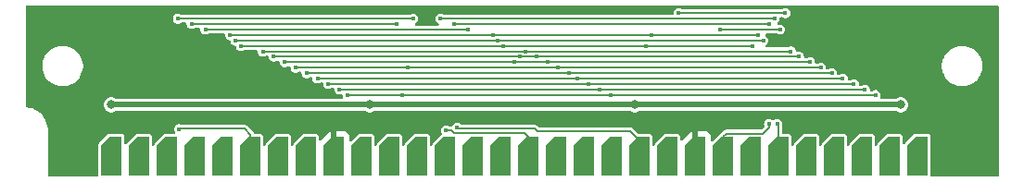
<source format=gbr>
%TF.GenerationSoftware,KiCad,Pcbnew,8.0.0*%
%TF.CreationDate,2024-11-03T15:19:12-05:00*%
%TF.ProjectId,macintosh-dram-1m-simm,6d616369-6e74-46f7-9368-2d6472616d2d,rev?*%
%TF.SameCoordinates,Original*%
%TF.FileFunction,Copper,L4,Bot*%
%TF.FilePolarity,Positive*%
%FSLAX46Y46*%
G04 Gerber Fmt 4.6, Leading zero omitted, Abs format (unit mm)*
G04 Created by KiCad (PCBNEW 8.0.0) date 2024-11-03 15:19:12*
%MOMM*%
%LPD*%
G01*
G04 APERTURE LIST*
G04 Aperture macros list*
%AMOutline5P*
0 Free polygon, 5 corners , with rotation*
0 The origin of the aperture is its center*
0 number of corners: always 5*
0 $1 to $10 corner X, Y*
0 $11 Rotation angle, in degrees counterclockwise*
0 create outline with 5 corners*
4,1,5,$1,$2,$3,$4,$5,$6,$7,$8,$9,$10,$1,$2,$11*%
%AMOutline6P*
0 Free polygon, 6 corners , with rotation*
0 The origin of the aperture is its center*
0 number of corners: always 6*
0 $1 to $12 corner X, Y*
0 $13 Rotation angle, in degrees counterclockwise*
0 create outline with 6 corners*
4,1,6,$1,$2,$3,$4,$5,$6,$7,$8,$9,$10,$11,$12,$1,$2,$13*%
%AMOutline7P*
0 Free polygon, 7 corners , with rotation*
0 The origin of the aperture is its center*
0 number of corners: always 7*
0 $1 to $14 corner X, Y*
0 $15 Rotation angle, in degrees counterclockwise*
0 create outline with 7 corners*
4,1,7,$1,$2,$3,$4,$5,$6,$7,$8,$9,$10,$11,$12,$13,$14,$1,$2,$15*%
%AMOutline8P*
0 Free polygon, 8 corners , with rotation*
0 The origin of the aperture is its center*
0 number of corners: always 8*
0 $1 to $16 corner X, Y*
0 $17 Rotation angle, in degrees counterclockwise*
0 create outline with 8 corners*
4,1,8,$1,$2,$3,$4,$5,$6,$7,$8,$9,$10,$11,$12,$13,$14,$15,$16,$1,$2,$17*%
G04 Aperture macros list end*
%TA.AperFunction,ComponentPad*%
%ADD10Outline5P,-0.890000X1.038000X-0.178000X1.750000X0.890000X1.750000X0.890000X-1.750000X-0.890000X-1.750000X0.000000*%
%TD*%
%TA.AperFunction,ViaPad*%
%ADD11C,0.400000*%
%TD*%
%TA.AperFunction,ViaPad*%
%ADD12C,0.800000*%
%TD*%
%TA.AperFunction,Conductor*%
%ADD13C,0.200000*%
%TD*%
%TA.AperFunction,Conductor*%
%ADD14C,0.500000*%
%TD*%
G04 APERTURE END LIST*
D10*
%TO.P,B1,1,VCC*%
%TO.N,+5V*%
X122174000Y-125098000D03*
%TO.P,B1,2,/CAS*%
%TO.N,CAS*%
X124714000Y-125098000D03*
%TO.P,B1,3,DQ0*%
%TO.N,DQ0*%
X127254000Y-125098000D03*
%TO.P,B1,4,A0*%
%TO.N,A0*%
X129794000Y-125098000D03*
%TO.P,B1,5,A1*%
%TO.N,A1*%
X132334000Y-125098000D03*
%TO.P,B1,6,DQ1*%
%TO.N,DQ1*%
X134874000Y-125098000D03*
%TO.P,B1,7,A2*%
%TO.N,A2*%
X137414000Y-125098000D03*
%TO.P,B1,8,A3*%
%TO.N,A3*%
X139954000Y-125098000D03*
%TO.P,B1,9,GND*%
%TO.N,GND*%
X142494000Y-125098000D03*
%TO.P,B1,10,DQ2*%
%TO.N,DQ2*%
X145034000Y-125098000D03*
%TO.P,B1,11,A4*%
%TO.N,A4*%
X147574000Y-125098000D03*
%TO.P,B1,12,A5*%
%TO.N,A5*%
X150114000Y-125098000D03*
%TO.P,B1,13,DQ3*%
%TO.N,DQ3*%
X152654000Y-125098000D03*
%TO.P,B1,14,A6*%
%TO.N,A6*%
X155194000Y-125098000D03*
%TO.P,B1,15,A7*%
%TO.N,A7*%
X157734000Y-125098000D03*
%TO.P,B1,16,DQ4*%
%TO.N,DQ4*%
X160274000Y-125098000D03*
%TO.P,B1,17,A8*%
%TO.N,A8*%
X162814000Y-125098000D03*
%TO.P,B1,18,A9*%
%TO.N,A9*%
X165354000Y-125098000D03*
%TO.P,B1,19,A10*%
%TO.N,unconnected-(B1-A10-Pad19)*%
X167894000Y-125098000D03*
%TO.P,B1,20,DQ5*%
%TO.N,DQ5*%
X170434000Y-125098000D03*
%TO.P,B1,21,/WE*%
%TO.N,WE*%
X172974000Y-125098000D03*
%TO.P,B1,22,GND*%
%TO.N,GND*%
X175514000Y-125098000D03*
%TO.P,B1,23,DQ6*%
%TO.N,DQ6*%
X178054000Y-125098000D03*
%TO.P,B1,24,A11*%
%TO.N,unconnected-(B1-A11-Pad24)*%
X180594000Y-125098000D03*
%TO.P,B1,25,DQ7*%
%TO.N,DQ7*%
X183134000Y-125098000D03*
%TO.P,B1,26,QP*%
%TO.N,QP*%
X185674000Y-125098000D03*
%TO.P,B1,27,/RAS*%
%TO.N,RAS*%
X188214000Y-125098000D03*
%TO.P,B1,28,/CASP*%
%TO.N,CASP*%
X190754000Y-125098000D03*
%TO.P,B1,29,DP*%
%TO.N,DP*%
X193294000Y-125098000D03*
%TO.P,B1,30,VCC*%
%TO.N,+5V*%
X195834000Y-125098000D03*
%TD*%
D11*
%TO.N,WE*%
X181250000Y-114000000D03*
X171500000Y-114000000D03*
X133000000Y-114000000D03*
X157000000Y-114000000D03*
%TO.N,DQ5*%
X153765000Y-122485000D03*
%TO.N,DP*%
X183750000Y-112000000D03*
X174000000Y-112000000D03*
%TO.N,CASP*%
X177750000Y-113500000D03*
X183250000Y-113500000D03*
%TO.N,RAS*%
X181750000Y-114500000D03*
X157500000Y-114500000D03*
X133500000Y-114500000D03*
D12*
%TO.N,+5V*%
X170000000Y-120400000D03*
X122170000Y-120400000D03*
X145800000Y-120400000D03*
X194300000Y-120396000D03*
D11*
%TO.N,A8*%
X160000000Y-115500000D03*
X136000000Y-115500000D03*
X184250000Y-115500000D03*
%TO.N,DQ7*%
X183000000Y-122148000D03*
X182750000Y-112500000D03*
X152250000Y-112500000D03*
%TO.N,GND*%
X135710000Y-119480000D03*
X118500000Y-125000000D03*
X116500000Y-112000000D03*
X170900000Y-111820000D03*
X147220000Y-121730000D03*
X191980000Y-112370000D03*
X173500000Y-122500000D03*
X119500000Y-125000000D03*
X145480000Y-111800000D03*
X143500000Y-122000000D03*
X135210000Y-121350000D03*
X175500000Y-122500000D03*
X144500000Y-122000000D03*
X117498696Y-124989681D03*
X131500000Y-115250000D03*
X202000000Y-112000000D03*
X119000000Y-126000000D03*
X134710000Y-119480000D03*
X135210000Y-119480000D03*
X191980000Y-112870000D03*
X157110000Y-121680000D03*
X201000000Y-125500000D03*
X201000000Y-125000000D03*
X199498696Y-125489681D03*
X142500000Y-122000000D03*
X170400000Y-111820000D03*
X191480000Y-112870000D03*
X126060000Y-122250000D03*
X125980000Y-119450000D03*
X131500000Y-115750000D03*
X145980000Y-111800000D03*
X119000000Y-125000000D03*
X125560000Y-122250000D03*
X133710000Y-121350000D03*
X199498696Y-124989681D03*
X115500000Y-112000000D03*
X134210000Y-121350000D03*
X126060000Y-121750000D03*
X202500000Y-112000000D03*
X124000000Y-122250000D03*
X119500000Y-126000000D03*
X134210000Y-119480000D03*
X201500000Y-112000000D03*
X150290000Y-121160000D03*
X171400000Y-111820000D03*
X118500000Y-126000000D03*
X119500000Y-125500000D03*
X123500000Y-122250000D03*
X125980000Y-118950000D03*
X144980000Y-111800000D03*
X117000000Y-112000000D03*
X201500000Y-124500000D03*
X174000000Y-122500000D03*
X146720000Y-121730000D03*
X201500000Y-125000000D03*
X134710000Y-121350000D03*
X191480000Y-112370000D03*
X115000000Y-112000000D03*
X133710000Y-119480000D03*
X146480000Y-111800000D03*
X117498696Y-125489681D03*
X146980000Y-111800000D03*
X200000000Y-125500000D03*
X125480000Y-119450000D03*
X125480000Y-118950000D03*
X144000000Y-122500000D03*
X200000000Y-125000000D03*
X147220000Y-121230000D03*
X125560000Y-121750000D03*
X173500000Y-122000000D03*
X135710000Y-121350000D03*
X123500000Y-121750000D03*
X200500000Y-112000000D03*
X144000000Y-122000000D03*
X199498696Y-124489681D03*
X200500000Y-125000000D03*
X200500000Y-124500000D03*
X169400000Y-111820000D03*
X119000000Y-125500000D03*
X157610000Y-121180000D03*
X118500000Y-125500000D03*
X157610000Y-121680000D03*
X116000000Y-112000000D03*
X174000000Y-122000000D03*
X143500000Y-122500000D03*
X173000000Y-122000000D03*
X172500000Y-122000000D03*
X142500000Y-122500000D03*
X118000000Y-125500000D03*
X118000000Y-126000000D03*
X174500000Y-122500000D03*
X174500000Y-122000000D03*
X146720000Y-121230000D03*
X117498696Y-125989681D03*
X175000000Y-122500000D03*
X142000000Y-122500000D03*
X169900000Y-111820000D03*
X132000000Y-115750000D03*
X200500000Y-125500000D03*
X143000000Y-122000000D03*
X200000000Y-124500000D03*
X201500000Y-125500000D03*
X201000000Y-112000000D03*
X132000000Y-115250000D03*
X124000000Y-121750000D03*
X157110000Y-121180000D03*
X143000000Y-122500000D03*
X201000000Y-124500000D03*
X118000000Y-125000000D03*
%TO.N,A9*%
X134000000Y-115000000D03*
X180750000Y-115000000D03*
X171000000Y-115000000D03*
X158000000Y-115000000D03*
%TO.N,DQ6*%
X182250000Y-122148000D03*
X182250000Y-113000000D03*
X153500000Y-113000000D03*
%TO.N,A5*%
X163000000Y-116995998D03*
X149250000Y-117000000D03*
X187000000Y-117000000D03*
X139000000Y-117000000D03*
%TO.N,A4*%
X148750000Y-119500000D03*
X167750000Y-119500000D03*
X192000000Y-119500000D03*
X143750000Y-119500000D03*
%TO.N,DQ2*%
X129500000Y-113000000D03*
X148250000Y-113000000D03*
%TO.N,DQ4*%
X152752000Y-122748000D03*
%TO.N,DQ3*%
X128250000Y-112500000D03*
X149750000Y-112500000D03*
%TO.N,A7*%
X185000000Y-116000000D03*
X159500000Y-116000000D03*
X161000000Y-116000000D03*
X137000000Y-116000000D03*
%TO.N,A6*%
X162000000Y-116500000D03*
X186000000Y-116500000D03*
X159000000Y-116500000D03*
X138000000Y-116500000D03*
%TO.N,A2*%
X142000000Y-118500000D03*
X190000000Y-118500000D03*
X165750000Y-118495998D03*
%TO.N,A3*%
X166750000Y-118995998D03*
X143000000Y-119000000D03*
X191000000Y-119000000D03*
%TO.N,DQ1*%
X128355000Y-122605000D03*
%TO.N,A1*%
X189000000Y-118000000D03*
X141000000Y-118000000D03*
X164750000Y-117995998D03*
%TO.N,A0*%
X140000000Y-117500000D03*
X164000000Y-117495998D03*
X188000000Y-117500000D03*
%TO.N,CAS*%
X154750000Y-113500000D03*
X130750000Y-113500000D03*
%TD*%
D13*
%TO.N,DQ4*%
X152752000Y-122748000D02*
X153228000Y-122748000D01*
X153228000Y-122748000D02*
X153480000Y-123000000D01*
X153480000Y-123000000D02*
X159930000Y-123000000D01*
X159930000Y-123000000D02*
X160274000Y-123344000D01*
X160274000Y-123344000D02*
X160274000Y-123698000D01*
%TO.N,DQ5*%
X153765000Y-122485000D02*
X153880000Y-122600000D01*
X160880000Y-122600000D02*
X161080000Y-122800000D01*
X153880000Y-122600000D02*
X160880000Y-122600000D01*
X161080000Y-122800000D02*
X169536000Y-122800000D01*
X169536000Y-122800000D02*
X170434000Y-123698000D01*
%TO.N,DQ1*%
X134350000Y-122600000D02*
X134874000Y-123124000D01*
X128355000Y-122605000D02*
X128360000Y-122600000D01*
X128360000Y-122600000D02*
X134350000Y-122600000D01*
X134874000Y-123124000D02*
X134874000Y-123698000D01*
%TO.N,WE*%
X181250000Y-114000000D02*
X171500000Y-114000000D01*
X157000000Y-114000000D02*
X133000000Y-114000000D01*
X171500000Y-114000000D02*
X157000000Y-114000000D01*
%TO.N,DP*%
X183750000Y-112000000D02*
X174000000Y-112000000D01*
%TO.N,CASP*%
X183250000Y-113500000D02*
X177750000Y-113500000D01*
%TO.N,RAS*%
X181750000Y-114500000D02*
X157500000Y-114500000D01*
X157500000Y-114500000D02*
X133500000Y-114500000D01*
D14*
%TO.N,+5V*%
X145800000Y-120400000D02*
X170000000Y-120400000D01*
X145800000Y-120400000D02*
X122170000Y-120400000D01*
X170000000Y-120400000D02*
X194296000Y-120400000D01*
X194296000Y-120400000D02*
X194300000Y-120396000D01*
D13*
%TO.N,A8*%
X184250000Y-115500000D02*
X160000000Y-115500000D01*
X160000000Y-115500000D02*
X136000000Y-115500000D01*
%TO.N,DQ7*%
X183080000Y-123644000D02*
X183134000Y-123698000D01*
X183000000Y-122148000D02*
X183080000Y-122228000D01*
X183080000Y-122228000D02*
X183080000Y-123644000D01*
X182750000Y-112500000D02*
X152250000Y-112500000D01*
%TO.N,A9*%
X180750000Y-115000000D02*
X158000000Y-115000000D01*
X158000000Y-115000000D02*
X134000000Y-115000000D01*
%TO.N,DQ6*%
X182250000Y-113000000D02*
X173713341Y-113000000D01*
X173713341Y-113000000D02*
X153500000Y-113000000D01*
X178054000Y-123326000D02*
X178054000Y-123698000D01*
X178340000Y-123040000D02*
X178054000Y-123326000D01*
X182250000Y-122500000D02*
X181710000Y-123040000D01*
X182250000Y-122148000D02*
X182250000Y-122500000D01*
X181710000Y-123040000D02*
X178340000Y-123040000D01*
%TO.N,A5*%
X164207107Y-116995998D02*
X163000000Y-116995998D01*
X163000000Y-116995998D02*
X162995998Y-117000000D01*
X187000000Y-117000000D02*
X164211109Y-117000000D01*
X149250000Y-117000000D02*
X139000000Y-117000000D01*
X164211109Y-117000000D02*
X164207107Y-116995998D01*
X162995998Y-117000000D02*
X149250000Y-117000000D01*
%TO.N,A4*%
X192000000Y-119500000D02*
X167750000Y-119500000D01*
X148750000Y-119500000D02*
X143750000Y-119500000D01*
X167750000Y-119500000D02*
X148750000Y-119500000D01*
%TO.N,DQ2*%
X129500000Y-113000000D02*
X148250000Y-113000000D01*
%TO.N,DQ3*%
X128500000Y-112500000D02*
X149750000Y-112500000D01*
X128250000Y-112500000D02*
X128500000Y-112500000D01*
%TO.N,A7*%
X159500000Y-116000000D02*
X137750000Y-116000000D01*
X161000000Y-116000000D02*
X159500000Y-116000000D01*
X185000000Y-116000000D02*
X161000000Y-116000000D01*
X137750000Y-116000000D02*
X137000000Y-116000000D01*
%TO.N,A6*%
X163211109Y-116500000D02*
X163207107Y-116495998D01*
X162000000Y-116500000D02*
X159000000Y-116500000D01*
X186000000Y-116500000D02*
X163211109Y-116500000D01*
X162004002Y-116495998D02*
X162000000Y-116500000D01*
X159000000Y-116500000D02*
X138000000Y-116500000D01*
X163207107Y-116495998D02*
X162004002Y-116495998D01*
%TO.N,A2*%
X166957107Y-118495998D02*
X165750000Y-118495998D01*
X190000000Y-118500000D02*
X166961109Y-118500000D01*
X166961109Y-118500000D02*
X166957107Y-118495998D01*
X165750000Y-118495998D02*
X142004002Y-118495998D01*
X142004002Y-118495998D02*
X142000000Y-118500000D01*
%TO.N,A3*%
X166754002Y-119000000D02*
X166750000Y-118995998D01*
X143004002Y-118995998D02*
X143000000Y-119000000D01*
X191000000Y-119000000D02*
X166754002Y-119000000D01*
X166750000Y-118995998D02*
X143004002Y-118995998D01*
%TO.N,A1*%
X164750000Y-117995998D02*
X141004002Y-117995998D01*
X189000000Y-118000000D02*
X165961109Y-118000000D01*
X141004002Y-117995998D02*
X141000000Y-118000000D01*
X165961109Y-118000000D02*
X165957107Y-117995998D01*
X165957107Y-117995998D02*
X164750000Y-117995998D01*
%TO.N,A0*%
X163995998Y-117500000D02*
X140000000Y-117500000D01*
X164000000Y-117495998D02*
X163995998Y-117500000D01*
X164961109Y-117500000D02*
X164957107Y-117495998D01*
X164957107Y-117495998D02*
X164000000Y-117495998D01*
X188000000Y-117500000D02*
X164961109Y-117500000D01*
%TO.N,CAS*%
X154750000Y-113500000D02*
X130750000Y-113500000D01*
%TD*%
%TA.AperFunction,Conductor*%
%TO.N,GND*%
G36*
X203167102Y-111295502D02*
G01*
X203213595Y-111349158D01*
X203224979Y-111401098D01*
X203269205Y-125331998D01*
X203274018Y-126848100D01*
X203254233Y-126916284D01*
X203200725Y-126962947D01*
X203148019Y-126974500D01*
X197150500Y-126974500D01*
X197082379Y-126954498D01*
X197035886Y-126900842D01*
X197024500Y-126848500D01*
X197024499Y-123303140D01*
X197024499Y-123303136D01*
X197021585Y-123278009D01*
X196995346Y-123218582D01*
X196976206Y-123175234D01*
X196896767Y-123095795D01*
X196896765Y-123095794D01*
X196793989Y-123050414D01*
X196793990Y-123050414D01*
X196768870Y-123047500D01*
X196768867Y-123047499D01*
X195606120Y-123047499D01*
X195606119Y-123047499D01*
X195606115Y-123047499D01*
X195592901Y-123048878D01*
X195489107Y-123091871D01*
X195489106Y-123091871D01*
X195478794Y-123100234D01*
X195478780Y-123100247D01*
X194696242Y-123882785D01*
X194687868Y-123893109D01*
X194680907Y-123909916D01*
X194636359Y-123965197D01*
X194568995Y-123987617D01*
X194500204Y-123970058D01*
X194451826Y-123918096D01*
X194438499Y-123861697D01*
X194438499Y-123322936D01*
X194438498Y-123322927D01*
X194423734Y-123248699D01*
X194414254Y-123234512D01*
X194367484Y-123164516D01*
X194367483Y-123164515D01*
X194283302Y-123108266D01*
X194209069Y-123093500D01*
X194209065Y-123093499D01*
X193090927Y-123093499D01*
X193016699Y-123108264D01*
X192953765Y-123150316D01*
X192206315Y-123897768D01*
X192164266Y-123960699D01*
X192148292Y-124041005D01*
X192146014Y-124040551D01*
X192123303Y-124096784D01*
X192065346Y-124137789D01*
X191994419Y-124140951D01*
X191933043Y-124105265D01*
X191900704Y-124042062D01*
X191898499Y-124018594D01*
X191898499Y-123322936D01*
X191898498Y-123322927D01*
X191883734Y-123248699D01*
X191874254Y-123234512D01*
X191827484Y-123164516D01*
X191827483Y-123164515D01*
X191743302Y-123108266D01*
X191669069Y-123093500D01*
X191669065Y-123093499D01*
X190550927Y-123093499D01*
X190476699Y-123108264D01*
X190413765Y-123150316D01*
X189666315Y-123897768D01*
X189624266Y-123960699D01*
X189608292Y-124041005D01*
X189606014Y-124040551D01*
X189583303Y-124096784D01*
X189525346Y-124137789D01*
X189454419Y-124140951D01*
X189393043Y-124105265D01*
X189360704Y-124042062D01*
X189358499Y-124018594D01*
X189358499Y-123322936D01*
X189358498Y-123322927D01*
X189343734Y-123248699D01*
X189334254Y-123234512D01*
X189287484Y-123164516D01*
X189287483Y-123164515D01*
X189203302Y-123108266D01*
X189129069Y-123093500D01*
X189129065Y-123093499D01*
X188010927Y-123093499D01*
X187936699Y-123108264D01*
X187873765Y-123150316D01*
X187126315Y-123897768D01*
X187084266Y-123960699D01*
X187068292Y-124041005D01*
X187066014Y-124040551D01*
X187043303Y-124096784D01*
X186985346Y-124137789D01*
X186914419Y-124140951D01*
X186853043Y-124105265D01*
X186820704Y-124042062D01*
X186818499Y-124018594D01*
X186818499Y-123322936D01*
X186818498Y-123322927D01*
X186803734Y-123248699D01*
X186794254Y-123234512D01*
X186747484Y-123164516D01*
X186747483Y-123164515D01*
X186663302Y-123108266D01*
X186589069Y-123093500D01*
X186589065Y-123093499D01*
X185470927Y-123093499D01*
X185396699Y-123108264D01*
X185333765Y-123150316D01*
X184586315Y-123897768D01*
X184544266Y-123960699D01*
X184528292Y-124041005D01*
X184526014Y-124040551D01*
X184503303Y-124096784D01*
X184445346Y-124137789D01*
X184374419Y-124140951D01*
X184313043Y-124105265D01*
X184280704Y-124042062D01*
X184278499Y-124018594D01*
X184278499Y-123322936D01*
X184278498Y-123322927D01*
X184263734Y-123248699D01*
X184254254Y-123234512D01*
X184207484Y-123164516D01*
X184207483Y-123164515D01*
X184123302Y-123108266D01*
X184049069Y-123093500D01*
X184049065Y-123093499D01*
X183560500Y-123093499D01*
X183492379Y-123073497D01*
X183445886Y-123019841D01*
X183434500Y-122967499D01*
X183434500Y-122316166D01*
X183439604Y-122280666D01*
X183440571Y-122277370D01*
X183440574Y-122277364D01*
X183443361Y-122257979D01*
X183459174Y-122148003D01*
X183459174Y-122147996D01*
X183440575Y-122018642D01*
X183440574Y-122018641D01*
X183440574Y-122018636D01*
X183386282Y-121899752D01*
X183386280Y-121899750D01*
X183386279Y-121899747D01*
X183300697Y-121800980D01*
X183300693Y-121800977D01*
X183190748Y-121730321D01*
X183190750Y-121730321D01*
X183065350Y-121693500D01*
X183065347Y-121693500D01*
X182934653Y-121693500D01*
X182934649Y-121693500D01*
X182809253Y-121730320D01*
X182693120Y-121804954D01*
X182624999Y-121824955D01*
X182556880Y-121804954D01*
X182440746Y-121730320D01*
X182315350Y-121693500D01*
X182315347Y-121693500D01*
X182184653Y-121693500D01*
X182184649Y-121693500D01*
X182059250Y-121730321D01*
X181949306Y-121800977D01*
X181949302Y-121800980D01*
X181863720Y-121899747D01*
X181809426Y-122018635D01*
X181809424Y-122018642D01*
X181790826Y-122147996D01*
X181790826Y-122148003D01*
X181809424Y-122277359D01*
X181809425Y-122277363D01*
X181823832Y-122308909D01*
X181833935Y-122379183D01*
X181804441Y-122443764D01*
X181798314Y-122450345D01*
X181600066Y-122648595D01*
X181537754Y-122682620D01*
X181510970Y-122685500D01*
X178293325Y-122685500D01*
X178203166Y-122709659D01*
X178122335Y-122756326D01*
X178122329Y-122756331D01*
X178048631Y-122830030D01*
X177836332Y-123042329D01*
X177818334Y-123060327D01*
X177766477Y-123112183D01*
X177747387Y-123127850D01*
X177713766Y-123150315D01*
X177127096Y-123736987D01*
X177064783Y-123771012D01*
X176993968Y-123765948D01*
X176937132Y-123723401D01*
X176912321Y-123656881D01*
X176912000Y-123647892D01*
X176912000Y-123299414D01*
X176911999Y-123299402D01*
X176905494Y-123238906D01*
X176854444Y-123102035D01*
X176854444Y-123102034D01*
X176766904Y-122985095D01*
X176649965Y-122897555D01*
X176513093Y-122846505D01*
X176452597Y-122840000D01*
X175768000Y-122840000D01*
X175768000Y-125226000D01*
X175747998Y-125294121D01*
X175694342Y-125340614D01*
X175642000Y-125352000D01*
X175386000Y-125352000D01*
X175317879Y-125331998D01*
X175271386Y-125278342D01*
X175260000Y-125226000D01*
X175260000Y-123727837D01*
X175364000Y-123727837D01*
X175386836Y-123782968D01*
X175429032Y-123825164D01*
X175484163Y-123848000D01*
X175543837Y-123848000D01*
X175598968Y-123825164D01*
X175641164Y-123782968D01*
X175664000Y-123727837D01*
X175664000Y-123668163D01*
X175641164Y-123613032D01*
X175598968Y-123570836D01*
X175543837Y-123548000D01*
X175484163Y-123548000D01*
X175429032Y-123570836D01*
X175386836Y-123613032D01*
X175364000Y-123668163D01*
X175364000Y-123727837D01*
X175260000Y-123727837D01*
X175260000Y-122844322D01*
X175209076Y-122850718D01*
X175074114Y-122906621D01*
X175074113Y-122906622D01*
X175006216Y-122959366D01*
X175006203Y-122959377D01*
X174333594Y-123631986D01*
X174271282Y-123666011D01*
X174200466Y-123660946D01*
X174143631Y-123618399D01*
X174118820Y-123551879D01*
X174118499Y-123542890D01*
X174118499Y-123322936D01*
X174118498Y-123322927D01*
X174103734Y-123248699D01*
X174094254Y-123234512D01*
X174047484Y-123164516D01*
X174047483Y-123164515D01*
X173963302Y-123108266D01*
X173889069Y-123093500D01*
X173889065Y-123093499D01*
X172770927Y-123093499D01*
X172696699Y-123108264D01*
X172633765Y-123150316D01*
X171886315Y-123897768D01*
X171844266Y-123960699D01*
X171828292Y-124041005D01*
X171826014Y-124040551D01*
X171803303Y-124096784D01*
X171745346Y-124137789D01*
X171674419Y-124140951D01*
X171613043Y-124105265D01*
X171580704Y-124042062D01*
X171578499Y-124018594D01*
X171578499Y-123322936D01*
X171578498Y-123322927D01*
X171563734Y-123248699D01*
X171554254Y-123234512D01*
X171507484Y-123164516D01*
X171507483Y-123164515D01*
X171423302Y-123108266D01*
X171349069Y-123093500D01*
X171349065Y-123093499D01*
X170383028Y-123093499D01*
X170314907Y-123073497D01*
X170293937Y-123056598D01*
X169753668Y-122516329D01*
X169753666Y-122516328D01*
X169753664Y-122516326D01*
X169672833Y-122469659D01*
X169582674Y-122445500D01*
X169582671Y-122445500D01*
X161279029Y-122445500D01*
X161210908Y-122425498D01*
X161189938Y-122408599D01*
X161097668Y-122316329D01*
X161097667Y-122316328D01*
X161097664Y-122316326D01*
X161016833Y-122269659D01*
X160926674Y-122245500D01*
X160926671Y-122245500D01*
X154216405Y-122245500D01*
X154148284Y-122225498D01*
X154121181Y-122202013D01*
X154065693Y-122137977D01*
X153955748Y-122067321D01*
X153955750Y-122067321D01*
X153830350Y-122030500D01*
X153830347Y-122030500D01*
X153699653Y-122030500D01*
X153699649Y-122030500D01*
X153574250Y-122067321D01*
X153464306Y-122137977D01*
X153464302Y-122137980D01*
X153378720Y-122236747D01*
X153378718Y-122236752D01*
X153340771Y-122319843D01*
X153294280Y-122373498D01*
X153226159Y-122393500D01*
X153078053Y-122393500D01*
X153009934Y-122373498D01*
X152965249Y-122344781D01*
X152942747Y-122330320D01*
X152817350Y-122293500D01*
X152817347Y-122293500D01*
X152686653Y-122293500D01*
X152686649Y-122293500D01*
X152561250Y-122330321D01*
X152451306Y-122400977D01*
X152451302Y-122400980D01*
X152365720Y-122499747D01*
X152311426Y-122618635D01*
X152311424Y-122618642D01*
X152292826Y-122747996D01*
X152292826Y-122748003D01*
X152311424Y-122877357D01*
X152311427Y-122877367D01*
X152362938Y-122990162D01*
X152373041Y-123060436D01*
X152343548Y-123125016D01*
X152318331Y-123147265D01*
X152313767Y-123150314D01*
X151566315Y-123897768D01*
X151524266Y-123960699D01*
X151508292Y-124041005D01*
X151506014Y-124040551D01*
X151483303Y-124096784D01*
X151425346Y-124137789D01*
X151354419Y-124140951D01*
X151293043Y-124105265D01*
X151260704Y-124042062D01*
X151258499Y-124018594D01*
X151258499Y-123322936D01*
X151258498Y-123322927D01*
X151243734Y-123248699D01*
X151234254Y-123234512D01*
X151187484Y-123164516D01*
X151187483Y-123164515D01*
X151103302Y-123108266D01*
X151029069Y-123093500D01*
X151029065Y-123093499D01*
X149910927Y-123093499D01*
X149836699Y-123108264D01*
X149773765Y-123150316D01*
X149026315Y-123897768D01*
X148984266Y-123960699D01*
X148968292Y-124041005D01*
X148966014Y-124040551D01*
X148943303Y-124096784D01*
X148885346Y-124137789D01*
X148814419Y-124140951D01*
X148753043Y-124105265D01*
X148720704Y-124042062D01*
X148718499Y-124018594D01*
X148718499Y-123322936D01*
X148718498Y-123322927D01*
X148703734Y-123248699D01*
X148694254Y-123234512D01*
X148647484Y-123164516D01*
X148647483Y-123164515D01*
X148563302Y-123108266D01*
X148489069Y-123093500D01*
X148489065Y-123093499D01*
X147370927Y-123093499D01*
X147296699Y-123108264D01*
X147233765Y-123150316D01*
X146486315Y-123897768D01*
X146444266Y-123960699D01*
X146428292Y-124041005D01*
X146426014Y-124040551D01*
X146403303Y-124096784D01*
X146345346Y-124137789D01*
X146274419Y-124140951D01*
X146213043Y-124105265D01*
X146180704Y-124042062D01*
X146178499Y-124018594D01*
X146178499Y-123322936D01*
X146178498Y-123322927D01*
X146163734Y-123248699D01*
X146154254Y-123234512D01*
X146107484Y-123164516D01*
X146107483Y-123164515D01*
X146023302Y-123108266D01*
X145949069Y-123093500D01*
X145949065Y-123093499D01*
X144830927Y-123093499D01*
X144756699Y-123108264D01*
X144693765Y-123150316D01*
X144107096Y-123736987D01*
X144044783Y-123771012D01*
X143973968Y-123765948D01*
X143917132Y-123723401D01*
X143892321Y-123656881D01*
X143892000Y-123647892D01*
X143892000Y-123299414D01*
X143891999Y-123299402D01*
X143885494Y-123238906D01*
X143834444Y-123102035D01*
X143834444Y-123102034D01*
X143746904Y-122985095D01*
X143629965Y-122897555D01*
X143493093Y-122846505D01*
X143432597Y-122840000D01*
X142748000Y-122840000D01*
X142748000Y-125226000D01*
X142727998Y-125294121D01*
X142674342Y-125340614D01*
X142622000Y-125352000D01*
X142366000Y-125352000D01*
X142297879Y-125331998D01*
X142251386Y-125278342D01*
X142240000Y-125226000D01*
X142240000Y-123727837D01*
X142344000Y-123727837D01*
X142366836Y-123782968D01*
X142409032Y-123825164D01*
X142464163Y-123848000D01*
X142523837Y-123848000D01*
X142578968Y-123825164D01*
X142621164Y-123782968D01*
X142644000Y-123727837D01*
X142644000Y-123668163D01*
X142621164Y-123613032D01*
X142578968Y-123570836D01*
X142523837Y-123548000D01*
X142464163Y-123548000D01*
X142409032Y-123570836D01*
X142366836Y-123613032D01*
X142344000Y-123668163D01*
X142344000Y-123727837D01*
X142240000Y-123727837D01*
X142240000Y-122844322D01*
X142189076Y-122850718D01*
X142054114Y-122906621D01*
X142054113Y-122906622D01*
X141986216Y-122959366D01*
X141986203Y-122959377D01*
X141313594Y-123631986D01*
X141251282Y-123666011D01*
X141180466Y-123660946D01*
X141123631Y-123618399D01*
X141098820Y-123551879D01*
X141098499Y-123542890D01*
X141098499Y-123322936D01*
X141098498Y-123322927D01*
X141083734Y-123248699D01*
X141074254Y-123234512D01*
X141027484Y-123164516D01*
X141027483Y-123164515D01*
X140943302Y-123108266D01*
X140869069Y-123093500D01*
X140869065Y-123093499D01*
X139750927Y-123093499D01*
X139676699Y-123108264D01*
X139613765Y-123150316D01*
X138866315Y-123897768D01*
X138824266Y-123960699D01*
X138808292Y-124041005D01*
X138806014Y-124040551D01*
X138783303Y-124096784D01*
X138725346Y-124137789D01*
X138654419Y-124140951D01*
X138593043Y-124105265D01*
X138560704Y-124042062D01*
X138558499Y-124018594D01*
X138558499Y-123322936D01*
X138558498Y-123322927D01*
X138543734Y-123248699D01*
X138534254Y-123234512D01*
X138487484Y-123164516D01*
X138487483Y-123164515D01*
X138403302Y-123108266D01*
X138329069Y-123093500D01*
X138329065Y-123093499D01*
X137210927Y-123093499D01*
X137136699Y-123108264D01*
X137073765Y-123150316D01*
X136326315Y-123897768D01*
X136284266Y-123960699D01*
X136268292Y-124041005D01*
X136266014Y-124040551D01*
X136243303Y-124096784D01*
X136185346Y-124137789D01*
X136114419Y-124140951D01*
X136053043Y-124105265D01*
X136020704Y-124042062D01*
X136018499Y-124018594D01*
X136018499Y-123322936D01*
X136018498Y-123322927D01*
X136003734Y-123248699D01*
X135994254Y-123234512D01*
X135947484Y-123164516D01*
X135947483Y-123164515D01*
X135863302Y-123108266D01*
X135789069Y-123093500D01*
X135789065Y-123093499D01*
X135329515Y-123093499D01*
X135261394Y-123073497D01*
X135214901Y-123019841D01*
X135207810Y-123000115D01*
X135204341Y-122987168D01*
X135197028Y-122974502D01*
X135157673Y-122906335D01*
X135157669Y-122906330D01*
X135128696Y-122877357D01*
X135091668Y-122840329D01*
X134567668Y-122316329D01*
X134567666Y-122316328D01*
X134567664Y-122316326D01*
X134486833Y-122269659D01*
X134396674Y-122245500D01*
X134396671Y-122245500D01*
X128673273Y-122245500D01*
X128605153Y-122225498D01*
X128545748Y-122187321D01*
X128420350Y-122150500D01*
X128420347Y-122150500D01*
X128289653Y-122150500D01*
X128289649Y-122150500D01*
X128164250Y-122187321D01*
X128054306Y-122257977D01*
X128054302Y-122257980D01*
X127968720Y-122356747D01*
X127914426Y-122475635D01*
X127914424Y-122475642D01*
X127895826Y-122604996D01*
X127895826Y-122605003D01*
X127914424Y-122734357D01*
X127914426Y-122734364D01*
X127968718Y-122853248D01*
X127968719Y-122853249D01*
X127996219Y-122884986D01*
X128025712Y-122949567D01*
X128015609Y-123019841D01*
X127969116Y-123073497D01*
X127900995Y-123093499D01*
X127050927Y-123093499D01*
X126976699Y-123108264D01*
X126913765Y-123150316D01*
X126166315Y-123897768D01*
X126124266Y-123960699D01*
X126108292Y-124041005D01*
X126106014Y-124040551D01*
X126083303Y-124096784D01*
X126025346Y-124137789D01*
X125954419Y-124140951D01*
X125893043Y-124105265D01*
X125860704Y-124042062D01*
X125858499Y-124018594D01*
X125858499Y-123322936D01*
X125858498Y-123322927D01*
X125843734Y-123248699D01*
X125834254Y-123234512D01*
X125787484Y-123164516D01*
X125787483Y-123164515D01*
X125703302Y-123108266D01*
X125629069Y-123093500D01*
X125629065Y-123093499D01*
X124510927Y-123093499D01*
X124436699Y-123108264D01*
X124373765Y-123150316D01*
X123626314Y-123897769D01*
X123626310Y-123897773D01*
X123595263Y-123944239D01*
X123540786Y-123989766D01*
X123470343Y-123998613D01*
X123406299Y-123967971D01*
X123368988Y-123907569D01*
X123364499Y-123874236D01*
X123364499Y-123303140D01*
X123364499Y-123303136D01*
X123361585Y-123278009D01*
X123335346Y-123218582D01*
X123316206Y-123175234D01*
X123236767Y-123095795D01*
X123236765Y-123095794D01*
X123133989Y-123050414D01*
X123133990Y-123050414D01*
X123108870Y-123047500D01*
X123108867Y-123047499D01*
X121946120Y-123047499D01*
X121946119Y-123047499D01*
X121946115Y-123047499D01*
X121932901Y-123048878D01*
X121829107Y-123091871D01*
X121829106Y-123091871D01*
X121818794Y-123100234D01*
X121818780Y-123100247D01*
X121036242Y-123882785D01*
X121027870Y-123893107D01*
X120984877Y-123996900D01*
X120984877Y-123996902D01*
X120983500Y-124010101D01*
X120983500Y-124010102D01*
X120983501Y-126848500D01*
X120963499Y-126916621D01*
X120909843Y-126963114D01*
X120857501Y-126974500D01*
X116483500Y-126974500D01*
X116415379Y-126954498D01*
X116368886Y-126900842D01*
X116357500Y-126848500D01*
X116357500Y-122547151D01*
X116357500Y-122547144D01*
X116322296Y-122279740D01*
X116252489Y-122019219D01*
X116149275Y-121770038D01*
X116149269Y-121770029D01*
X116149268Y-121770025D01*
X116014419Y-121536459D01*
X115850228Y-121322483D01*
X115850215Y-121322469D01*
X115659530Y-121131784D01*
X115659516Y-121131771D01*
X115445540Y-120967580D01*
X115211974Y-120832731D01*
X115211966Y-120832727D01*
X115211962Y-120832725D01*
X114962781Y-120729511D01*
X114962778Y-120729510D01*
X114962776Y-120729509D01*
X114724861Y-120665760D01*
X114702260Y-120659704D01*
X114702258Y-120659703D01*
X114702252Y-120659702D01*
X114435054Y-120624526D01*
X114370127Y-120595804D01*
X114331035Y-120536539D01*
X114325500Y-120499604D01*
X114325500Y-120400002D01*
X121464355Y-120400002D01*
X121484859Y-120568871D01*
X121545179Y-120727925D01*
X121545181Y-120727929D01*
X121641816Y-120867928D01*
X121641818Y-120867930D01*
X121766016Y-120977960D01*
X121769148Y-120980734D01*
X121919775Y-121059790D01*
X121919776Y-121059790D01*
X121919778Y-121059791D01*
X122042899Y-121090137D01*
X122084944Y-121100500D01*
X122084947Y-121100500D01*
X122255053Y-121100500D01*
X122255056Y-121100500D01*
X122420225Y-121059790D01*
X122570852Y-120980734D01*
X122570858Y-120980729D01*
X122577126Y-120976403D01*
X122578201Y-120977960D01*
X122633471Y-120951986D01*
X122652765Y-120950500D01*
X145317235Y-120950500D01*
X145385356Y-120970502D01*
X145395988Y-120978553D01*
X145399148Y-120980734D01*
X145549775Y-121059790D01*
X145549776Y-121059790D01*
X145549778Y-121059791D01*
X145672899Y-121090137D01*
X145714944Y-121100500D01*
X145714947Y-121100500D01*
X145885053Y-121100500D01*
X145885056Y-121100500D01*
X146050225Y-121059790D01*
X146200852Y-120980734D01*
X146200858Y-120980729D01*
X146207126Y-120976403D01*
X146208201Y-120977960D01*
X146263471Y-120951986D01*
X146282765Y-120950500D01*
X169517235Y-120950500D01*
X169585356Y-120970502D01*
X169595988Y-120978553D01*
X169599148Y-120980734D01*
X169749775Y-121059790D01*
X169749776Y-121059790D01*
X169749778Y-121059791D01*
X169872899Y-121090137D01*
X169914944Y-121100500D01*
X169914947Y-121100500D01*
X170085053Y-121100500D01*
X170085056Y-121100500D01*
X170250225Y-121059790D01*
X170400852Y-120980734D01*
X170400858Y-120980729D01*
X170407126Y-120976403D01*
X170408201Y-120977960D01*
X170463471Y-120951986D01*
X170482765Y-120950500D01*
X193821879Y-120950500D01*
X193890000Y-120970502D01*
X193893456Y-120972805D01*
X193899142Y-120976729D01*
X193899148Y-120976734D01*
X194049775Y-121055790D01*
X194049776Y-121055790D01*
X194049778Y-121055791D01*
X194189128Y-121090137D01*
X194214944Y-121096500D01*
X194214947Y-121096500D01*
X194385053Y-121096500D01*
X194385056Y-121096500D01*
X194550225Y-121055790D01*
X194700852Y-120976734D01*
X194828183Y-120863929D01*
X194924818Y-120723930D01*
X194985140Y-120564872D01*
X195005159Y-120400002D01*
X195005645Y-120396002D01*
X195005645Y-120395997D01*
X194985140Y-120227128D01*
X194924820Y-120068074D01*
X194924818Y-120068070D01*
X194828183Y-119928071D01*
X194828181Y-119928069D01*
X194700857Y-119815270D01*
X194700851Y-119815265D01*
X194550225Y-119736210D01*
X194550221Y-119736208D01*
X194385059Y-119695500D01*
X194385056Y-119695500D01*
X194214944Y-119695500D01*
X194214940Y-119695500D01*
X194049778Y-119736208D01*
X194049774Y-119736210D01*
X193899148Y-119815265D01*
X193899142Y-119815270D01*
X193896271Y-119817814D01*
X193893720Y-119819012D01*
X193892874Y-119819597D01*
X193892776Y-119819456D01*
X193832018Y-119848013D01*
X193812720Y-119849500D01*
X192536101Y-119849500D01*
X192467980Y-119829498D01*
X192421487Y-119775842D01*
X192411383Y-119705568D01*
X192421487Y-119671158D01*
X192440574Y-119629364D01*
X192440849Y-119627447D01*
X192459174Y-119500003D01*
X192459174Y-119499996D01*
X192440575Y-119370642D01*
X192440574Y-119370641D01*
X192440574Y-119370636D01*
X192386282Y-119251752D01*
X192386280Y-119251750D01*
X192386279Y-119251747D01*
X192300697Y-119152980D01*
X192300693Y-119152977D01*
X192190748Y-119082321D01*
X192190750Y-119082321D01*
X192065350Y-119045500D01*
X192065347Y-119045500D01*
X191934653Y-119045500D01*
X191934649Y-119045500D01*
X191809252Y-119082320D01*
X191769953Y-119107576D01*
X191742065Y-119125498D01*
X191673947Y-119145500D01*
X191583666Y-119145500D01*
X191515545Y-119125498D01*
X191469052Y-119071842D01*
X191460018Y-119009012D01*
X191459174Y-119009012D01*
X191459174Y-119003139D01*
X191458948Y-119001569D01*
X191459174Y-119000000D01*
X191459174Y-118999999D01*
X191459174Y-118999996D01*
X191440575Y-118870642D01*
X191440574Y-118870641D01*
X191440574Y-118870636D01*
X191386282Y-118751752D01*
X191386280Y-118751750D01*
X191386279Y-118751747D01*
X191300697Y-118652980D01*
X191300693Y-118652977D01*
X191190748Y-118582321D01*
X191190750Y-118582321D01*
X191065350Y-118545500D01*
X191065347Y-118545500D01*
X190934653Y-118545500D01*
X190934649Y-118545500D01*
X190809252Y-118582320D01*
X190787881Y-118596055D01*
X190742065Y-118625498D01*
X190673947Y-118645500D01*
X190583666Y-118645500D01*
X190515545Y-118625498D01*
X190469052Y-118571842D01*
X190460018Y-118509012D01*
X190459174Y-118509012D01*
X190459174Y-118503139D01*
X190458948Y-118501569D01*
X190459174Y-118500000D01*
X190459174Y-118499999D01*
X190459174Y-118499996D01*
X190440575Y-118370642D01*
X190440574Y-118370641D01*
X190440574Y-118370636D01*
X190386282Y-118251752D01*
X190386280Y-118251750D01*
X190386279Y-118251747D01*
X190300697Y-118152980D01*
X190300693Y-118152977D01*
X190190748Y-118082321D01*
X190190750Y-118082321D01*
X190065350Y-118045500D01*
X190065347Y-118045500D01*
X189934653Y-118045500D01*
X189934649Y-118045500D01*
X189809252Y-118082320D01*
X189769953Y-118107576D01*
X189742065Y-118125498D01*
X189673947Y-118145500D01*
X189583666Y-118145500D01*
X189515545Y-118125498D01*
X189469052Y-118071842D01*
X189460018Y-118009012D01*
X189459174Y-118009012D01*
X189459174Y-118003139D01*
X189458948Y-118001569D01*
X189459174Y-118000000D01*
X189459174Y-117999996D01*
X189440575Y-117870642D01*
X189440574Y-117870641D01*
X189440574Y-117870636D01*
X189386282Y-117751752D01*
X189386280Y-117751750D01*
X189386279Y-117751747D01*
X189300697Y-117652980D01*
X189300693Y-117652977D01*
X189190748Y-117582321D01*
X189190750Y-117582321D01*
X189065350Y-117545500D01*
X189065347Y-117545500D01*
X188934653Y-117545500D01*
X188934649Y-117545500D01*
X188809252Y-117582320D01*
X188769953Y-117607576D01*
X188742065Y-117625498D01*
X188673947Y-117645500D01*
X188583666Y-117645500D01*
X188515545Y-117625498D01*
X188469052Y-117571842D01*
X188460018Y-117509012D01*
X188459174Y-117509012D01*
X188459174Y-117503139D01*
X188458948Y-117501569D01*
X188459174Y-117500000D01*
X188459174Y-117499996D01*
X188440575Y-117370642D01*
X188440574Y-117370641D01*
X188440574Y-117370636D01*
X188386282Y-117251752D01*
X188386280Y-117251750D01*
X188386279Y-117251747D01*
X188300697Y-117152980D01*
X188300693Y-117152977D01*
X188190748Y-117082321D01*
X188190750Y-117082321D01*
X188065350Y-117045500D01*
X188065347Y-117045500D01*
X187934653Y-117045500D01*
X187934649Y-117045500D01*
X187809252Y-117082320D01*
X187769953Y-117107576D01*
X187742065Y-117125498D01*
X187673947Y-117145500D01*
X187583666Y-117145500D01*
X187515545Y-117125498D01*
X187469052Y-117071842D01*
X187460018Y-117009012D01*
X187459174Y-117009012D01*
X187459174Y-117003139D01*
X187458948Y-117001569D01*
X187459174Y-117000000D01*
X187459174Y-116999996D01*
X187453609Y-116961290D01*
X198047500Y-116961290D01*
X198079160Y-117201782D01*
X198141944Y-117436095D01*
X198141945Y-117436097D01*
X198141946Y-117436100D01*
X198234776Y-117660212D01*
X198234777Y-117660213D01*
X198234782Y-117660224D01*
X198356061Y-117870285D01*
X198356063Y-117870288D01*
X198356064Y-117870289D01*
X198503735Y-118062738D01*
X198503739Y-118062742D01*
X198503744Y-118062748D01*
X198675251Y-118234255D01*
X198675256Y-118234259D01*
X198675262Y-118234265D01*
X198867711Y-118381936D01*
X198867714Y-118381938D01*
X199077775Y-118503217D01*
X199077779Y-118503218D01*
X199077788Y-118503224D01*
X199301900Y-118596054D01*
X199536211Y-118658838D01*
X199536215Y-118658838D01*
X199536217Y-118658839D01*
X199598202Y-118666999D01*
X199776712Y-118690500D01*
X199776719Y-118690500D01*
X200019281Y-118690500D01*
X200019288Y-118690500D01*
X200236637Y-118661885D01*
X200259782Y-118658839D01*
X200259782Y-118658838D01*
X200259789Y-118658838D01*
X200494100Y-118596054D01*
X200718212Y-118503224D01*
X200928289Y-118381936D01*
X201120738Y-118234265D01*
X201292265Y-118062738D01*
X201439936Y-117870289D01*
X201561224Y-117660212D01*
X201654054Y-117436100D01*
X201716838Y-117201789D01*
X201748500Y-116961288D01*
X201748500Y-116718712D01*
X201716838Y-116478211D01*
X201654054Y-116243900D01*
X201561224Y-116019788D01*
X201561218Y-116019779D01*
X201561217Y-116019775D01*
X201439938Y-115809714D01*
X201439936Y-115809711D01*
X201292265Y-115617262D01*
X201292259Y-115617256D01*
X201292255Y-115617251D01*
X201120748Y-115445744D01*
X201120742Y-115445739D01*
X201120738Y-115445735D01*
X200928289Y-115298064D01*
X200928288Y-115298063D01*
X200928285Y-115298061D01*
X200718224Y-115176782D01*
X200718216Y-115176778D01*
X200718212Y-115176776D01*
X200494100Y-115083946D01*
X200494097Y-115083945D01*
X200494095Y-115083944D01*
X200259782Y-115021160D01*
X200019290Y-114989500D01*
X200019288Y-114989500D01*
X199776712Y-114989500D01*
X199776709Y-114989500D01*
X199536217Y-115021160D01*
X199301904Y-115083944D01*
X199301900Y-115083946D01*
X199201585Y-115125498D01*
X199077786Y-115176777D01*
X199077775Y-115176782D01*
X198867714Y-115298061D01*
X198675262Y-115445735D01*
X198675251Y-115445744D01*
X198503744Y-115617251D01*
X198503735Y-115617262D01*
X198356061Y-115809714D01*
X198234782Y-116019775D01*
X198234777Y-116019786D01*
X198234776Y-116019788D01*
X198179607Y-116152979D01*
X198141946Y-116243900D01*
X198141944Y-116243904D01*
X198079160Y-116478217D01*
X198047500Y-116718709D01*
X198047500Y-116961290D01*
X187453609Y-116961290D01*
X187440575Y-116870642D01*
X187440574Y-116870641D01*
X187440574Y-116870636D01*
X187386282Y-116751752D01*
X187386280Y-116751750D01*
X187386279Y-116751747D01*
X187300697Y-116652980D01*
X187300693Y-116652977D01*
X187190748Y-116582321D01*
X187190750Y-116582321D01*
X187065350Y-116545500D01*
X187065347Y-116545500D01*
X186934653Y-116545500D01*
X186934649Y-116545500D01*
X186809252Y-116582320D01*
X186769953Y-116607576D01*
X186742065Y-116625498D01*
X186673947Y-116645500D01*
X186583666Y-116645500D01*
X186515545Y-116625498D01*
X186469052Y-116571842D01*
X186460018Y-116509012D01*
X186459174Y-116509012D01*
X186459174Y-116503139D01*
X186458948Y-116501569D01*
X186459174Y-116500000D01*
X186459174Y-116499996D01*
X186440575Y-116370642D01*
X186440574Y-116370641D01*
X186440574Y-116370636D01*
X186386282Y-116251752D01*
X186386280Y-116251750D01*
X186386279Y-116251747D01*
X186300697Y-116152980D01*
X186300693Y-116152977D01*
X186190748Y-116082321D01*
X186190750Y-116082321D01*
X186065350Y-116045500D01*
X186065347Y-116045500D01*
X185934653Y-116045500D01*
X185934649Y-116045500D01*
X185809252Y-116082320D01*
X185769953Y-116107576D01*
X185742065Y-116125498D01*
X185673947Y-116145500D01*
X185583666Y-116145500D01*
X185515545Y-116125498D01*
X185469052Y-116071842D01*
X185460018Y-116009012D01*
X185459174Y-116009012D01*
X185459174Y-116003139D01*
X185458948Y-116001569D01*
X185459174Y-116000000D01*
X185459174Y-115999996D01*
X185440575Y-115870642D01*
X185440574Y-115870641D01*
X185440574Y-115870636D01*
X185386282Y-115751752D01*
X185386280Y-115751750D01*
X185386279Y-115751747D01*
X185300697Y-115652980D01*
X185300693Y-115652977D01*
X185190748Y-115582321D01*
X185190750Y-115582321D01*
X185065350Y-115545500D01*
X185065347Y-115545500D01*
X184934653Y-115545500D01*
X184934651Y-115545500D01*
X184934647Y-115545501D01*
X184864105Y-115566214D01*
X184793108Y-115566214D01*
X184733382Y-115527830D01*
X184703890Y-115463251D01*
X184690574Y-115370636D01*
X184636282Y-115251752D01*
X184636280Y-115251750D01*
X184636279Y-115251747D01*
X184550697Y-115152980D01*
X184550693Y-115152977D01*
X184440748Y-115082321D01*
X184440750Y-115082321D01*
X184315350Y-115045500D01*
X184315347Y-115045500D01*
X184184653Y-115045500D01*
X184184649Y-115045500D01*
X184059252Y-115082320D01*
X184019953Y-115107576D01*
X183992065Y-115125498D01*
X183923947Y-115145500D01*
X182015368Y-115145500D01*
X181947247Y-115125498D01*
X181900754Y-115071842D01*
X181890650Y-115001568D01*
X181920144Y-114936988D01*
X181947248Y-114913502D01*
X182050693Y-114847022D01*
X182050695Y-114847021D01*
X182136282Y-114748248D01*
X182190574Y-114629364D01*
X182190849Y-114627447D01*
X182209174Y-114500003D01*
X182209174Y-114499996D01*
X182190575Y-114370642D01*
X182190574Y-114370641D01*
X182190574Y-114370636D01*
X182136282Y-114251752D01*
X182136280Y-114251750D01*
X182136279Y-114251747D01*
X182050697Y-114152980D01*
X182050693Y-114152977D01*
X181947248Y-114086498D01*
X181900755Y-114032843D01*
X181890650Y-113962569D01*
X181920143Y-113897988D01*
X181979869Y-113859604D01*
X182015368Y-113854500D01*
X182923947Y-113854500D01*
X182992065Y-113874501D01*
X183059250Y-113917678D01*
X183059252Y-113917679D01*
X183184649Y-113954499D01*
X183184650Y-113954499D01*
X183184653Y-113954500D01*
X183184656Y-113954500D01*
X183315344Y-113954500D01*
X183315347Y-113954500D01*
X183440748Y-113917679D01*
X183550695Y-113847021D01*
X183636282Y-113748248D01*
X183690574Y-113629364D01*
X183704452Y-113532842D01*
X183709174Y-113500003D01*
X183709174Y-113499996D01*
X183690575Y-113370642D01*
X183690574Y-113370641D01*
X183690574Y-113370636D01*
X183636282Y-113251752D01*
X183636280Y-113251750D01*
X183636279Y-113251747D01*
X183550697Y-113152980D01*
X183550693Y-113152977D01*
X183440748Y-113082321D01*
X183440750Y-113082321D01*
X183315350Y-113045500D01*
X183315347Y-113045500D01*
X183184653Y-113045500D01*
X183184650Y-113045500D01*
X183175733Y-113046783D01*
X183175490Y-113045093D01*
X183115033Y-113045087D01*
X183055311Y-113006697D01*
X183025825Y-112942113D01*
X183035936Y-112871840D01*
X183055316Y-112841687D01*
X183136282Y-112748248D01*
X183190574Y-112629364D01*
X183209174Y-112500000D01*
X183209174Y-112499996D01*
X183208949Y-112498432D01*
X183209174Y-112496866D01*
X183209174Y-112490988D01*
X183210019Y-112490988D01*
X183219052Y-112428158D01*
X183265545Y-112374502D01*
X183333665Y-112354500D01*
X183423947Y-112354500D01*
X183492065Y-112374501D01*
X183559250Y-112417678D01*
X183559252Y-112417679D01*
X183684649Y-112454499D01*
X183684650Y-112454499D01*
X183684653Y-112454500D01*
X183684656Y-112454500D01*
X183815344Y-112454500D01*
X183815347Y-112454500D01*
X183940748Y-112417679D01*
X184050695Y-112347021D01*
X184133246Y-112251752D01*
X184136279Y-112248252D01*
X184136279Y-112248250D01*
X184136282Y-112248248D01*
X184190574Y-112129364D01*
X184202632Y-112045500D01*
X184209174Y-112000003D01*
X184209174Y-111999996D01*
X184190575Y-111870642D01*
X184190574Y-111870641D01*
X184190574Y-111870636D01*
X184136282Y-111751752D01*
X184136280Y-111751750D01*
X184136279Y-111751747D01*
X184050697Y-111652980D01*
X184050693Y-111652977D01*
X183940748Y-111582321D01*
X183940750Y-111582321D01*
X183815350Y-111545500D01*
X183815347Y-111545500D01*
X183684653Y-111545500D01*
X183684649Y-111545500D01*
X183559252Y-111582320D01*
X183519953Y-111607576D01*
X183492065Y-111625498D01*
X183423947Y-111645500D01*
X174326053Y-111645500D01*
X174257934Y-111625498D01*
X174213249Y-111596781D01*
X174190747Y-111582320D01*
X174065350Y-111545500D01*
X174065347Y-111545500D01*
X173934653Y-111545500D01*
X173934649Y-111545500D01*
X173809250Y-111582321D01*
X173699306Y-111652977D01*
X173699302Y-111652980D01*
X173613720Y-111751747D01*
X173559426Y-111870635D01*
X173559424Y-111870642D01*
X173540826Y-111999996D01*
X173540826Y-112000003D01*
X173541051Y-112001568D01*
X173540826Y-112003133D01*
X173540826Y-112009012D01*
X173539981Y-112009012D01*
X173530948Y-112071842D01*
X173484455Y-112125498D01*
X173416335Y-112145500D01*
X152576053Y-112145500D01*
X152507934Y-112125498D01*
X152463249Y-112096781D01*
X152440747Y-112082320D01*
X152315350Y-112045500D01*
X152315347Y-112045500D01*
X152184653Y-112045500D01*
X152184649Y-112045500D01*
X152059250Y-112082321D01*
X151949306Y-112152977D01*
X151949302Y-112152980D01*
X151863720Y-112251747D01*
X151809426Y-112370635D01*
X151809424Y-112370642D01*
X151790826Y-112499996D01*
X151790826Y-112500003D01*
X151809424Y-112629357D01*
X151809426Y-112629364D01*
X151863720Y-112748252D01*
X151949302Y-112847019D01*
X151949306Y-112847022D01*
X152052752Y-112913502D01*
X152099245Y-112967157D01*
X152109350Y-113037431D01*
X152079857Y-113102012D01*
X152020131Y-113140396D01*
X151984632Y-113145500D01*
X150015368Y-113145500D01*
X149947247Y-113125498D01*
X149900754Y-113071842D01*
X149890650Y-113001568D01*
X149920144Y-112936988D01*
X149947248Y-112913502D01*
X150007933Y-112874502D01*
X150050695Y-112847021D01*
X150050697Y-112847019D01*
X150136279Y-112748252D01*
X150136279Y-112748250D01*
X150136282Y-112748248D01*
X150190574Y-112629364D01*
X150209174Y-112500000D01*
X150209174Y-112499996D01*
X150190575Y-112370642D01*
X150190574Y-112370641D01*
X150190574Y-112370636D01*
X150136282Y-112251752D01*
X150136280Y-112251750D01*
X150136279Y-112251747D01*
X150050697Y-112152980D01*
X150050693Y-112152977D01*
X149940748Y-112082321D01*
X149940750Y-112082321D01*
X149815350Y-112045500D01*
X149815347Y-112045500D01*
X149684653Y-112045500D01*
X149684649Y-112045500D01*
X149559252Y-112082320D01*
X149519953Y-112107576D01*
X149492065Y-112125498D01*
X149423947Y-112145500D01*
X128576053Y-112145500D01*
X128507934Y-112125498D01*
X128463249Y-112096781D01*
X128440747Y-112082320D01*
X128315350Y-112045500D01*
X128315347Y-112045500D01*
X128184653Y-112045500D01*
X128184649Y-112045500D01*
X128059250Y-112082321D01*
X127949306Y-112152977D01*
X127949302Y-112152980D01*
X127863720Y-112251747D01*
X127809426Y-112370635D01*
X127809424Y-112370642D01*
X127790826Y-112499996D01*
X127790826Y-112500003D01*
X127809424Y-112629357D01*
X127809426Y-112629364D01*
X127863720Y-112748252D01*
X127949302Y-112847019D01*
X127949306Y-112847022D01*
X127986051Y-112870636D01*
X128059250Y-112917678D01*
X128059249Y-112917678D01*
X128184649Y-112954499D01*
X128184650Y-112954499D01*
X128184653Y-112954500D01*
X128184656Y-112954500D01*
X128315344Y-112954500D01*
X128315347Y-112954500D01*
X128440748Y-112917679D01*
X128507934Y-112874501D01*
X128576053Y-112854500D01*
X128916334Y-112854500D01*
X128984455Y-112874502D01*
X129030948Y-112928158D01*
X129039982Y-112990988D01*
X129040826Y-112990988D01*
X129040826Y-112996860D01*
X129041051Y-112998430D01*
X129041051Y-112998432D01*
X129040826Y-112999996D01*
X129040826Y-113000003D01*
X129059424Y-113129357D01*
X129059426Y-113129364D01*
X129113720Y-113248252D01*
X129199302Y-113347019D01*
X129199306Y-113347022D01*
X129236049Y-113370635D01*
X129309250Y-113417678D01*
X129309249Y-113417678D01*
X129434649Y-113454499D01*
X129434650Y-113454499D01*
X129434653Y-113454500D01*
X129434656Y-113454500D01*
X129565344Y-113454500D01*
X129565347Y-113454500D01*
X129690748Y-113417679D01*
X129757934Y-113374501D01*
X129826053Y-113354500D01*
X130166334Y-113354500D01*
X130234455Y-113374502D01*
X130280948Y-113428158D01*
X130289982Y-113490988D01*
X130290826Y-113490988D01*
X130290826Y-113496860D01*
X130291051Y-113498430D01*
X130291051Y-113498432D01*
X130290826Y-113499996D01*
X130290826Y-113500003D01*
X130309424Y-113629357D01*
X130309426Y-113629364D01*
X130363720Y-113748252D01*
X130449302Y-113847019D01*
X130449306Y-113847022D01*
X130486051Y-113870636D01*
X130559250Y-113917678D01*
X130559249Y-113917678D01*
X130684649Y-113954499D01*
X130684650Y-113954499D01*
X130684653Y-113954500D01*
X130684656Y-113954500D01*
X130815344Y-113954500D01*
X130815347Y-113954500D01*
X130940748Y-113917679D01*
X131007934Y-113874501D01*
X131076053Y-113854500D01*
X132416334Y-113854500D01*
X132484455Y-113874502D01*
X132530948Y-113928158D01*
X132539982Y-113990988D01*
X132540826Y-113990988D01*
X132540826Y-113996860D01*
X132541051Y-113998430D01*
X132541051Y-113998432D01*
X132540826Y-113999996D01*
X132540826Y-114000003D01*
X132559424Y-114129357D01*
X132559426Y-114129364D01*
X132613720Y-114248252D01*
X132699302Y-114347019D01*
X132699306Y-114347022D01*
X132736049Y-114370635D01*
X132809250Y-114417678D01*
X132809251Y-114417678D01*
X132809252Y-114417679D01*
X132934653Y-114454500D01*
X132934657Y-114454500D01*
X132943023Y-114455703D01*
X133007604Y-114485196D01*
X133045989Y-114544921D01*
X133049810Y-114562489D01*
X133059424Y-114629357D01*
X133059426Y-114629364D01*
X133113720Y-114748252D01*
X133199302Y-114847019D01*
X133199306Y-114847022D01*
X133236051Y-114870636D01*
X133309250Y-114917678D01*
X133309251Y-114917678D01*
X133309252Y-114917679D01*
X133434653Y-114954500D01*
X133434657Y-114954500D01*
X133443023Y-114955703D01*
X133507604Y-114985196D01*
X133545989Y-115044921D01*
X133549810Y-115062489D01*
X133559424Y-115129357D01*
X133559426Y-115129364D01*
X133613720Y-115248252D01*
X133699302Y-115347019D01*
X133699306Y-115347022D01*
X133736049Y-115370635D01*
X133809250Y-115417678D01*
X133809249Y-115417678D01*
X133934649Y-115454499D01*
X133934650Y-115454499D01*
X133934653Y-115454500D01*
X133934656Y-115454500D01*
X134065344Y-115454500D01*
X134065347Y-115454500D01*
X134190748Y-115417679D01*
X134257934Y-115374501D01*
X134326053Y-115354500D01*
X135416334Y-115354500D01*
X135484455Y-115374502D01*
X135530948Y-115428158D01*
X135539982Y-115490988D01*
X135540826Y-115490988D01*
X135540826Y-115496860D01*
X135541051Y-115498430D01*
X135541051Y-115498432D01*
X135540826Y-115499996D01*
X135540826Y-115500003D01*
X135559424Y-115629357D01*
X135559426Y-115629364D01*
X135613720Y-115748252D01*
X135699302Y-115847019D01*
X135699306Y-115847022D01*
X135736049Y-115870635D01*
X135809250Y-115917678D01*
X135809249Y-115917678D01*
X135934649Y-115954499D01*
X135934650Y-115954499D01*
X135934653Y-115954500D01*
X135934656Y-115954500D01*
X136065344Y-115954500D01*
X136065347Y-115954500D01*
X136190748Y-115917679D01*
X136257934Y-115874501D01*
X136326053Y-115854500D01*
X136416334Y-115854500D01*
X136484455Y-115874502D01*
X136530948Y-115928158D01*
X136539982Y-115990988D01*
X136540826Y-115990988D01*
X136540826Y-115996860D01*
X136541051Y-115998430D01*
X136541051Y-115998432D01*
X136540826Y-115999996D01*
X136540826Y-116000003D01*
X136559424Y-116129357D01*
X136559426Y-116129364D01*
X136611732Y-116243900D01*
X136613720Y-116248252D01*
X136699302Y-116347019D01*
X136699306Y-116347022D01*
X136736049Y-116370635D01*
X136809250Y-116417678D01*
X136809249Y-116417678D01*
X136934649Y-116454499D01*
X136934650Y-116454499D01*
X136934653Y-116454500D01*
X136934656Y-116454500D01*
X137065344Y-116454500D01*
X137065347Y-116454500D01*
X137190748Y-116417679D01*
X137257934Y-116374501D01*
X137326053Y-116354500D01*
X137416334Y-116354500D01*
X137484455Y-116374502D01*
X137530948Y-116428158D01*
X137539982Y-116490988D01*
X137540826Y-116490988D01*
X137540826Y-116496860D01*
X137541051Y-116498430D01*
X137541051Y-116498432D01*
X137540826Y-116499996D01*
X137540826Y-116500003D01*
X137559424Y-116629357D01*
X137559426Y-116629364D01*
X137600229Y-116718712D01*
X137613720Y-116748252D01*
X137699302Y-116847019D01*
X137699306Y-116847022D01*
X137736049Y-116870635D01*
X137809250Y-116917678D01*
X137809249Y-116917678D01*
X137934649Y-116954499D01*
X137934650Y-116954499D01*
X137934653Y-116954500D01*
X137934656Y-116954500D01*
X138065344Y-116954500D01*
X138065347Y-116954500D01*
X138190748Y-116917679D01*
X138257934Y-116874501D01*
X138326053Y-116854500D01*
X138416334Y-116854500D01*
X138484455Y-116874502D01*
X138530948Y-116928158D01*
X138539982Y-116990988D01*
X138540826Y-116990988D01*
X138540826Y-116996860D01*
X138541051Y-116998430D01*
X138541051Y-116998432D01*
X138540826Y-116999996D01*
X138540826Y-117000003D01*
X138559424Y-117129357D01*
X138559426Y-117129364D01*
X138613720Y-117248252D01*
X138699302Y-117347019D01*
X138699306Y-117347022D01*
X138736049Y-117370635D01*
X138809250Y-117417678D01*
X138809249Y-117417678D01*
X138934649Y-117454499D01*
X138934650Y-117454499D01*
X138934653Y-117454500D01*
X138934656Y-117454500D01*
X139065344Y-117454500D01*
X139065347Y-117454500D01*
X139190748Y-117417679D01*
X139257934Y-117374501D01*
X139326053Y-117354500D01*
X139416334Y-117354500D01*
X139484455Y-117374502D01*
X139530948Y-117428158D01*
X139539982Y-117490988D01*
X139540826Y-117490988D01*
X139540826Y-117496860D01*
X139541051Y-117498430D01*
X139541051Y-117498432D01*
X139540826Y-117499996D01*
X139540826Y-117500003D01*
X139559424Y-117629357D01*
X139559426Y-117629364D01*
X139613720Y-117748252D01*
X139699302Y-117847019D01*
X139699306Y-117847022D01*
X139735505Y-117870285D01*
X139809250Y-117917678D01*
X139809249Y-117917678D01*
X139934649Y-117954499D01*
X139934650Y-117954499D01*
X139934653Y-117954500D01*
X139934656Y-117954500D01*
X140065344Y-117954500D01*
X140065347Y-117954500D01*
X140190748Y-117917679D01*
X140257934Y-117874501D01*
X140326053Y-117854500D01*
X140416334Y-117854500D01*
X140484455Y-117874502D01*
X140530948Y-117928158D01*
X140539982Y-117990988D01*
X140540826Y-117990988D01*
X140540826Y-117996860D01*
X140541051Y-117998430D01*
X140541051Y-117998432D01*
X140540826Y-117999996D01*
X140540826Y-118000003D01*
X140559424Y-118129357D01*
X140559426Y-118129364D01*
X140613720Y-118248252D01*
X140699302Y-118347019D01*
X140699306Y-118347022D01*
X140704715Y-118350498D01*
X140809250Y-118417678D01*
X140809249Y-118417678D01*
X140934649Y-118454499D01*
X140934650Y-118454499D01*
X140934653Y-118454500D01*
X140934656Y-118454500D01*
X141065344Y-118454500D01*
X141065347Y-118454500D01*
X141190748Y-118417679D01*
X141264161Y-118370500D01*
X141332281Y-118350498D01*
X141416909Y-118350498D01*
X141485030Y-118370500D01*
X141531523Y-118424156D01*
X141541627Y-118494427D01*
X141540826Y-118499999D01*
X141540826Y-118500003D01*
X141559424Y-118629357D01*
X141559426Y-118629364D01*
X141613720Y-118748252D01*
X141699302Y-118847019D01*
X141699306Y-118847022D01*
X141704715Y-118850498D01*
X141809250Y-118917678D01*
X141809249Y-118917678D01*
X141934649Y-118954499D01*
X141934650Y-118954499D01*
X141934653Y-118954500D01*
X141934656Y-118954500D01*
X142065344Y-118954500D01*
X142065347Y-118954500D01*
X142190748Y-118917679D01*
X142264161Y-118870500D01*
X142332281Y-118850498D01*
X142416909Y-118850498D01*
X142485030Y-118870500D01*
X142531523Y-118924156D01*
X142541627Y-118994427D01*
X142540826Y-118999999D01*
X142540826Y-119000003D01*
X142559424Y-119129357D01*
X142559426Y-119129364D01*
X142613720Y-119248252D01*
X142699302Y-119347019D01*
X142699306Y-119347022D01*
X142704715Y-119350498D01*
X142809250Y-119417678D01*
X142809249Y-119417678D01*
X142934649Y-119454499D01*
X142934650Y-119454499D01*
X142934653Y-119454500D01*
X142934656Y-119454500D01*
X143065344Y-119454500D01*
X143065347Y-119454500D01*
X143135896Y-119433785D01*
X143206889Y-119433785D01*
X143266616Y-119472168D01*
X143296109Y-119536748D01*
X143296109Y-119536749D01*
X143309424Y-119629357D01*
X143309426Y-119629364D01*
X143328513Y-119671158D01*
X143338616Y-119741432D01*
X143309123Y-119806013D01*
X143249397Y-119844396D01*
X143213899Y-119849500D01*
X122652765Y-119849500D01*
X122584644Y-119829498D01*
X122574011Y-119821446D01*
X122570851Y-119819265D01*
X122420225Y-119740210D01*
X122420221Y-119740208D01*
X122255059Y-119699500D01*
X122255056Y-119699500D01*
X122084944Y-119699500D01*
X122084940Y-119699500D01*
X121919778Y-119740208D01*
X121919774Y-119740210D01*
X121769148Y-119819265D01*
X121769142Y-119819270D01*
X121641818Y-119932069D01*
X121641816Y-119932071D01*
X121545181Y-120072070D01*
X121545179Y-120072074D01*
X121484859Y-120231128D01*
X121464355Y-120399997D01*
X121464355Y-120400002D01*
X114325500Y-120400002D01*
X114325500Y-116961290D01*
X115878500Y-116961290D01*
X115910160Y-117201782D01*
X115972944Y-117436095D01*
X115972945Y-117436097D01*
X115972946Y-117436100D01*
X116065776Y-117660212D01*
X116065777Y-117660213D01*
X116065782Y-117660224D01*
X116187061Y-117870285D01*
X116187063Y-117870288D01*
X116187064Y-117870289D01*
X116334735Y-118062738D01*
X116334739Y-118062742D01*
X116334744Y-118062748D01*
X116506251Y-118234255D01*
X116506256Y-118234259D01*
X116506262Y-118234265D01*
X116698711Y-118381936D01*
X116698714Y-118381938D01*
X116908775Y-118503217D01*
X116908779Y-118503218D01*
X116908788Y-118503224D01*
X117132900Y-118596054D01*
X117367211Y-118658838D01*
X117367215Y-118658838D01*
X117367217Y-118658839D01*
X117429202Y-118666999D01*
X117607712Y-118690500D01*
X117607719Y-118690500D01*
X117850281Y-118690500D01*
X117850288Y-118690500D01*
X118067637Y-118661885D01*
X118090782Y-118658839D01*
X118090782Y-118658838D01*
X118090789Y-118658838D01*
X118325100Y-118596054D01*
X118549212Y-118503224D01*
X118759289Y-118381936D01*
X118951738Y-118234265D01*
X119123265Y-118062738D01*
X119270936Y-117870289D01*
X119392224Y-117660212D01*
X119485054Y-117436100D01*
X119547838Y-117201789D01*
X119579500Y-116961288D01*
X119579500Y-116718712D01*
X119547838Y-116478211D01*
X119485054Y-116243900D01*
X119392224Y-116019788D01*
X119392218Y-116019779D01*
X119392217Y-116019775D01*
X119270938Y-115809714D01*
X119270936Y-115809711D01*
X119123265Y-115617262D01*
X119123259Y-115617256D01*
X119123255Y-115617251D01*
X118951748Y-115445744D01*
X118951742Y-115445739D01*
X118951738Y-115445735D01*
X118759289Y-115298064D01*
X118759288Y-115298063D01*
X118759285Y-115298061D01*
X118549224Y-115176782D01*
X118549216Y-115176778D01*
X118549212Y-115176776D01*
X118325100Y-115083946D01*
X118325097Y-115083945D01*
X118325095Y-115083944D01*
X118090782Y-115021160D01*
X117850290Y-114989500D01*
X117850288Y-114989500D01*
X117607712Y-114989500D01*
X117607709Y-114989500D01*
X117367217Y-115021160D01*
X117132904Y-115083944D01*
X117132900Y-115083946D01*
X117032585Y-115125498D01*
X116908786Y-115176777D01*
X116908775Y-115176782D01*
X116698714Y-115298061D01*
X116506262Y-115445735D01*
X116506251Y-115445744D01*
X116334744Y-115617251D01*
X116334735Y-115617262D01*
X116187061Y-115809714D01*
X116065782Y-116019775D01*
X116065777Y-116019786D01*
X116065776Y-116019788D01*
X116010607Y-116152979D01*
X115972946Y-116243900D01*
X115972944Y-116243904D01*
X115910160Y-116478217D01*
X115878500Y-116718709D01*
X115878500Y-116961290D01*
X114325500Y-116961290D01*
X114325500Y-111401500D01*
X114345502Y-111333379D01*
X114399158Y-111286886D01*
X114451500Y-111275500D01*
X203098981Y-111275500D01*
X203167102Y-111295502D01*
G37*
%TD.AperFunction*%
%TD*%
M02*

</source>
